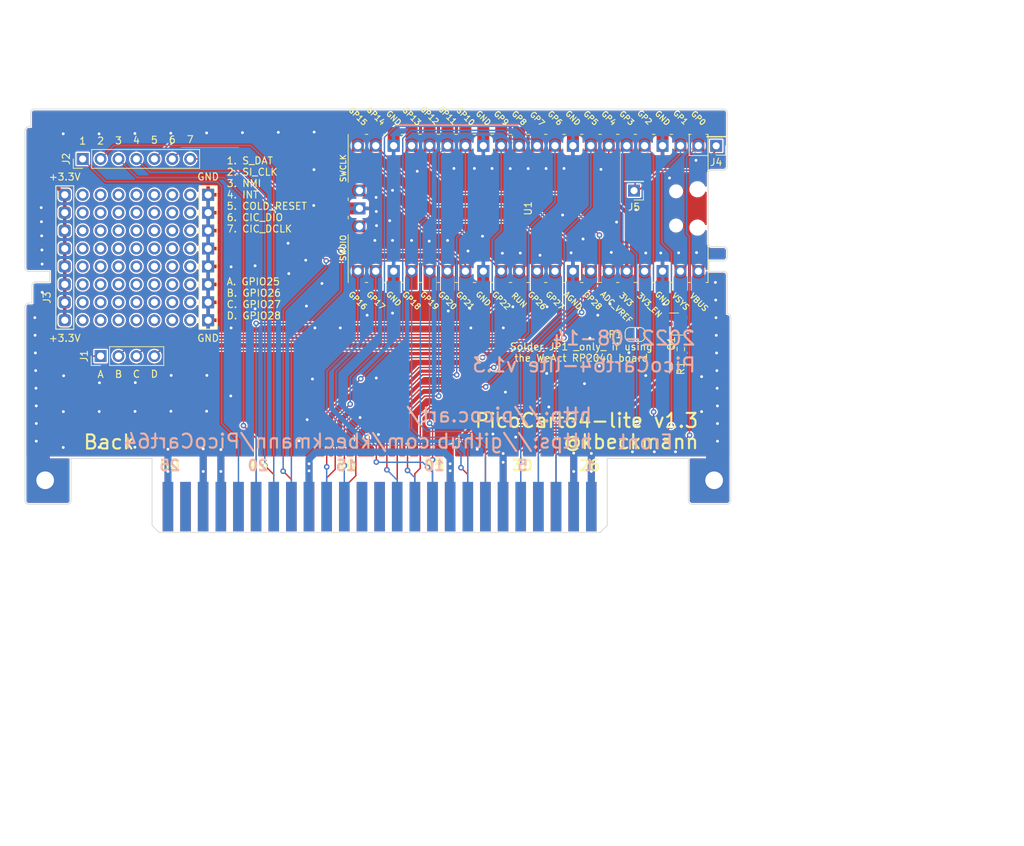
<source format=kicad_pcb>
(kicad_pcb (version 20211014) (generator pcbnew)
  (layers (0 "F.Cu" signal) (31 "B.Cu" signal) (34 "B.Paste" user) (35 "F.Paste" user) (36 "B.SilkS" user "B.Silkscreen") (37 "F.SilkS" user "F.Silkscreen") (38 "B.Mask" user) (39 "F.Mask" user) (44 "Edge.Cuts" user))
  (net 0 "")
  (net 1 "GND")
  (net 2 "+3V3")
  (net 3 "/N64_NMI")
  (net 4 "/N64_CIC_DCLK")
  (net 5 "/N64_VCC")
  (net 6 "/N64_SI_CLK")
  (net 7 "/N64_CIC_DIO")
  (net 8 "/GPIO25")
  (net 9 "/GPIO26")
  (net 10 "/GPIO27")
  (net 11 "/GPIO28")
  (net 12 "Net-(Q1-Pad1)")
  (net 13 "Net-(Q1-Pad2)")
  (net 14 "/N64_INT")
  (net 15 "/AD0")
  (net 16 "/AD1")
  (net 17 "/AD2")
  (net 18 "/AD3")
  (net 19 "/AD4")
  (net 20 "/AD5")
  (net 21 "/AD6")
  (net 22 "/AD7")
  (net 23 "/AD8")
  (net 24 "/AD9")
  (net 25 "/AD10")
  (net 26 "/AD11")
  (net 27 "/AD12")
  (net 28 "/AD13")
  (net 29 "/AD14")
  (net 30 "/AD15")
  (net 31 "/ALEL")
  (net 32 "/ALEH")
  (net 33 "/~{WRITE}")
  (net 34 "/~{READ}")
  (net 35 "/N64_COLD_RESET")
  (net 37 "/RP_SWDIO")
  (net 38 "/RP_SWDCLK")
  (net 39 "/~{RP_RESET}")
  (net 40 "Net-(U1-Pad37)")
  (net 43 "/N64_S_DAT")
  (footprint "MountingHole:MountingHole_2.5mm_Pad" (layer "F.Cu") (at 102.85 112.6)
    (fp_text reference "REF**" hide)
    (fp_text value "MountingHole_2.5mm_Pad" hide)
  )
  (footprint "MountingHole:MountingHole_2.5mm_Pad" (layer "F.Cu") (at 197.65 112.6)
    (fp_text reference "REF**" hide)
    (fp_text value "MountingHole_2.5mm_Pad" hide)
  )
  (footprint "Connector_PinHeader_2.54mm:PinHeader_1x01_P2.54mm_Vertical" (layer "F.Cu") (at 197.93999 65.199997 180)
    (fp_text reference "J4")
    (fp_text value "Conn_01x01")
  )
  (footprint "Connector_PinHeader_2.54mm:PinHeader_1x01_P2.54mm_Vertical" (layer "F.Cu") (at 186.3 71.55 180)
    (fp_text reference "J5")
    (fp_text value "Conn_01x01")
  )
  (footprint "Connector_PinHeader_2.54mm:PinHeader_1x04_P2.54mm_Vertical" (layer "F.Cu") (at 110.705 95 90)
    (fp_text reference "J1")
    (fp_text value "Conn_01x04")
  )
  (footprint "project_area:PinHeader_1x08_P2.54mm_Vertical" (layer "F.Cu") (at 105.625 89.92 90)
    (fp_text reference "J3")
    (fp_text value "Conn_01x02")
  )
  (footprint "Resistor_SMD:R_0603_1608Metric_Pad0.98x0.95mm_HandSolder" (layer "F.Cu") (at 192.925 94.01 -90)
    (fp_text reference "R1")
    (fp_text value "100k")
  )
  (footprint "Jumper:SolderJumper-2_P1.3mm_Open_RoundedPad1.0x1.5mm" (layer "F.Cu") (at 186.445 91.94 180)
    (fp_text reference "JP1")
    (fp_text value "SolderJumper_2_Open")
  )
  (footprint "RPi_Pico:RPi_Pico_SMD_TH" (layer "F.Cu") (at 171.2886 74.075 -90)
    (fp_text reference "U1")
    (fp_text value "Pico")
  )
  (footprint "Connector_PinHeader_2.54mm:PinHeader_1x07_P2.54mm_Vertical" (layer "F.Cu") (at 108.165 67.06 90)
    (fp_text reference "J2")
    (fp_text value "Conn_01x07")
  )
  (footprint "Package_TO_SOT_SMD:SOT-23" (layer "F.Cu") (at 191.975 90.46 180)
    (fp_text reference "Q1")
    (fp_text value "BSS84")
  )
  (footprint "picocart64:N64-Connector" (layer "B.Cu") (at 150.241 116.332 180)
    (fp_text reference "U4" hide)
    (fp_text value "N64-Cartridge")
  )
  (gr_rect (start 104.355 70.87) (end 106.895 91.19) (layer "F.SilkS") (width 0.15) (fill none))
  (gr_rect (start 124.675 70.87) (end 127.215 91.19) (layer "F.SilkS") (width 0.15) (fill none))
  (gr_line locked (start 182.5 119) (end 182.5 109.5) (layer "Edge.Cuts") (width 0.1))
  (gr_line locked (start 194 109.5) (end 182.5 109.5) (layer "Edge.Cuts") (width 0.1))
  (gr_line locked (start 194 109.5) (end 194 115.5) (layer "Edge.Cuts") (width 0.1))
  (gr_line locked (start 199.5 116) (end 194.5 116) (layer "Edge.Cuts") (width 0.1))
  (gr_line locked (start 200 115.5) (end 200 89.5) (layer "Edge.Cuts") (width 0.1))
  (gr_line locked (start 196.9 83) (end 196.9 81.5) (layer "Edge.Cuts") (width 0.1))
  (gr_line locked (start 199 81.5) (end 196.9 81.5) (layer "Edge.Cuts") (width 0.1))
  (gr_line locked (start 118 119) (end 119 120) (layer "Edge.Cuts") (width 0.1))
  (gr_line locked (start 182.5 119) (end 181.5 120) (layer "Edge.Cuts") (width 0.1))
  (gr_arc locked (start 100.8 60.5) (mid 100.946447 60.146447) (end 101.3 60) (layer "Edge.Cuts") (width 0.1))
  (gr_arc locked (start 100 63) (mid 100.146447 62.646447) (end 100.5 62.5) (layer "Edge.Cuts") (width 0.1))
  (gr_arc locked (start 100.5 83) (mid 100.146447 82.853553) (end 100 82.5) (layer "Edge.Cuts") (width 0.1))
  (gr_arc locked (start 101 85) (mid 101.146447 84.646447) (end 101.5 84.5) (layer "Edge.Cuts") (width 0.1))
  (gr_arc locked (start 100 88) (mid 100.146447 87.646447) (end 100.5 87.5) (layer "Edge.Cuts") (width 0.1))
  (gr_arc locked (start 100.5 116) (mid 100.146447 115.853553) (end 100 115.5) (layer "Edge.Cuts") (width 0.1))
  (gr_arc locked (start 106.5 115.5) (mid 106.353553 115.853553) (end 106 116) (layer "Edge.Cuts") (width 0.1))
  (gr_arc locked (start 194.5 116) (mid 194.146447 115.853553) (end 194 115.5) (layer "Edge.Cuts") (width 0.1))
  (gr_arc locked (start 200 115.5) (mid 199.853553 115.853553) (end 199.5 116) (layer "Edge.Cuts") (width 0.1))
  (gr_arc locked (start 199 83) (mid 199.353553 83.146447) (end 199.5 83.5) (layer "Edge.Cuts") (width 0.1))
  (gr_arc locked (start 199.5 81) (mid 199.353553 81.353553) (end 199 81.5) (layer "Edge.Cuts") (width 0.1))
  (gr_arc locked (start 199.5 89) (mid 199.853553 89.146447) (end 200 89.5) (layer "Edge.Cuts") (width 0.1))
  (gr_arc locked (start 196.8 69.15) (mid 196.946447 68.796447) (end 197.3 68.65) (layer "Edge.Cuts") (width 0.1))
  (gr_line locked (start 199.5 83.5) (end 199.5 89) (layer "Edge.Cuts") (width 0.1))
  (gr_line locked (start 118 119) (end 118 109.5) (layer "Edge.Cuts") (width 0.1))
  (gr_arc locked (start 199 79.5) (mid 199.353553 79.646447) (end 199.5 80) (layer "Edge.Cuts") (width 0.1))
  (gr_line locked (start 106.5 109.5) (end 106.5 115.5) (layer "Edge.Cuts") (width 0.1))
  (gr_arc locked (start 199 60) (mid 199.353553 60.146447) (end 199.5 60.5) (layer "Edge.Cuts") (width 0.1))
  (gr_arc locked (start 197.3 79.5) (mid 196.946447 79.353553) (end 196.8 79) (layer "Edge.Cuts") (width 0.1))
  (gr_line locked (start 181.5 120) (end 119 120) (layer "Edge.Cuts") (width 0.1))
  (gr_line (start 198.996447 68.646447) (end 197.3 68.65) (layer "Edge.Cuts") (width 0.1))
  (gr_line locked (start 118 109.5) (end 106.5 109.5) (layer "Edge.Cuts") (width 0.1))
  (gr_line locked (start 103.5 84.5) (end 103.5 83) (layer "Edge.Cuts") (width 0.1))
  (gr_line (start 199.496447 68.146447) (end 199.5 60.5) (layer "Edge.Cuts") (width 0.1))
  (gr_line locked (start 101.5 84.5) (end 103.5 84.5) (layer "Edge.Cuts") (width 0.1))
  (gr_line locked (start 106 116) (end 100.5 116) (layer "Edge.Cuts") (width 0.1))
  (gr_line locked (start 100.5 62.5) (end 100.8 62.5) (layer "Edge.Cuts") (width 0.1))
  (gr_line locked (start 100 82.5) (end 100 63) (layer "Edge.Cuts") (width 0.1))
  (gr_line locked (start 100.8 62.5) (end 100.8 60.5) (layer "Edge.Cuts") (width 0.1))
  (gr_line locked (start 101.3 60) (end 199 60) (layer "Edge.Cuts") (width 0.1))
  (gr_line locked (start 100 115.5) (end 100 88) (layer "Edge.Cuts") (width 0.1))
  (gr_line (start 199 79.5) (end 197.3 79.5) (layer "Edge.Cuts") (width 0.1))
  (gr_line locked (start 100.5 87.5) (end 101 87.5) (layer "Edge.Cuts") (width 0.1))
  (gr_arc locked (start 199.496447 68.146447) (mid 199.35 68.5) (end 198.996447 68.646447) (layer "Edge.Cuts") (width 0.1))
  (gr_line locked (start 101 87.5) (end 101 85) (layer "Edge.Cuts") (width 0.1))
  (gr_line locked (start 199 83) (end 196.9 83) (layer "Edge.Cuts") (width 0.1))
  (gr_line (start 199.5 81) (end 199.5 80) (layer "Edge.Cuts") (width 0.1))
  (gr_line locked (start 103.5 83) (end 100.5 83) (layer "Edge.Cuts") (width 0.1))
  (gr_line (start 196.8 79) (end 196.8 69.15) (layer "Edge.Cuts") (width 0.1))
  (gr_text "5" (at 170.5 110.5) (layer "B.SilkS") (effects (font (size 1.5 1.5) (thickness 0.3)) (justify mirror)))
  (gr_text "10" (at 158 110.5) (layer "B.SilkS") (effects (font (size 1.5 1.5) (thickness 0.3)) (justify mirror)))
  (gr_text "15" (at 145.5 110.5) (layer "B.SilkS") (effects (font (size 1.5 1.5) (thickness 0.3)) (justify mirror)))
  (gr_text "20" (at 133 110.5) (layer "B.SilkS") (effects (font (size 1.5 1.5) (thickness 0.3)) (justify mirror)))
  (gr_text "25" (at 120.5 110.5) (layer "B.SilkS") (effects (font (size 1.5 1.5) (thickness 0.3)) (justify mirror)))
  (gr_text "1" (at 180 110.5) (layer "B.SilkS") (effects (font (size 1.5 1.5) (thickness 0.3)) (justify mirror)))
  (gr_text "45" (at 133 110.5) (layer "F.SilkS") (effects (font (size 1.5 1.5) (thickness 0.3))))
  (gr_text "40" (at 145.5 110.5) (layer "F.SilkS") (effects (font (size 1.5 1.5) (thickness 0.3))))
  (gr_text "35" (at 158 110.5) (layer "F.SilkS") (effects (font (size 1.5 1.5) (thickness 0.3))))
  (gr_text "30" (at 170.5 110.5) (layer "F.SilkS") (effects (font (size 1.5 1.5) (thickness 0.3))))
  (gr_text "26" (at 180 110.5) (layer "F.SilkS") (effects (font (size 1.5 1.5) (thickness 0.3))))
  (gr_text "+3.3V" (at 105.625 69.6) (layer "F.SilkS") (effects (font (size 1 1))))
  (gr_text "A" (at 110.705 97.574246) (layer "F.SilkS") (effects (font (size 1 1))))
  (gr_text "C" (at 115.785 97.553683) (layer "F.SilkS") (effects (font (size 1 1))))
  (gr_text "+3.3V" (at 105.625 92.46) (layer "F.SilkS") (effects (font (size 1 1))))
  (gr_text "1. S_DAT\n2. SI_CLK\n3. NMI\n4. INT\n5. COLD_RESET\n6. CIC_DIO\n7. CIC_DCLK" (at 128.49454 72.14) (layer "F.SilkS") (effects (font (size 1 1)) (justify left)))
  (gr_text "1" (at 108.165 64.516) (layer "F.SilkS") (effects (font (size 1 1))))
  (gr_text "GND" (at 125.945 69.586377) (layer "F.SilkS") (effects (font (size 1 1))))
  (gr_text "50" (at 120.5 110.5) (layer "F.SilkS") (effects (font (size 1.5 1.5) (thickness 0.3))))
  (gr_text "5" (at 118.325 64.388891) (layer "F.SilkS") (effects (font (size 1 1))))
  (gr_text "4" (at 115.785 64.429749) (layer "F.SilkS") (effects (font (size 1 1))))
  (gr_text "GND" (at 125.941596 92.46) (layer "F.SilkS") (effects (font (size 1 1))))
  (gr_text "6" (at 120.865 64.348033) (layer "F.SilkS") (effects (font (size 1 1))))
  (gr_text "2" (at 110.705 64.511465) (layer "F.SilkS") (effects (font (size 1 1))))
  (gr_text "A. GPIO25\nB. GPIO26\nC. GPIO27\nD. GPIO28" (at 128.485 86.868) (layer "F.SilkS") (effects (font (size 1 1)) (justify left)))
  (gr_text "B" (at 113.245 97.567366) (layer "F.SilkS") (effects (font (size 1 1))))
  (gr_text "Solder JP1 _only_ if using\nthe WeAct RP2040 board" (at 178.825 94.48) (layer "F.SilkS") (effects (font (size 1 1))))
  (gr_text "7" (at 123.405 64.307175) (layer "F.SilkS") (effects (font (size 1 1))))
  (gr_text "D" (at 118.325 97.54) (layer "F.SilkS") (effects (font (size 1 1))))
  (gr_text "3" (at 113.245 64.470607) (layer "F.SilkS") (effects (font (size 1 1))))
  (segment (start 167.75 116) (end 167.75 108.712) (width 1) (layer "F.Cu") (net 1))
  (segment (start 125.25 116) (end 125.25 108.204) (width 1) (layer "F.Cu") (net 1))
  (segment (start 120.25 116) (end 120.25 108.204) (width 1) (layer "F.Cu") (net 1))
  (segment (start 177.75 116) (end 177.75 108.762) (width 1) (layer "F.Cu") (net 1))
  (segment (start 127.75 116) (end 127.75 108.204) (width 1) (layer "F.Cu") (net 1))
  (segment (start 180.25 116) (end 180.25 108.712) (width 1) (layer "F.Cu") (net 1))
  (via (at 180.25 111.35) (size 0.8) (drill 0.4) (layers "F.Cu" "B.Cu") (net 1))
  (via (at 180.25 108.8) (size 0.8) (drill 0.4) (layers "F.Cu" "B.Cu") (net 1))
  (via (at 177.75 111.35) (size 0.8) (drill 0.4) (layers "F.Cu" "B.Cu") (net 1))
  (via (at 177.75 108.75) (size 0.8) (drill 0.4) (layers "F.Cu" "B.Cu") (net 1))
  (via (at 167.75 108.8) (size 0.8) (drill 0.4) (layers "F.Cu" "B.Cu") (net 1))
  (via (at 167.75 110.05) (size 0.8) (drill 0.4) (layers "F.Cu" "B.Cu") (net 1))
  (via (at 127.75 111.35) (size 0.8) (drill 0.4) (layers "F.Cu" "B.Cu") (net 1))
  (via (at 127.75 108.25) (size 0.8) (drill 0.4) (layers "F.Cu" "B.Cu") (net 1))
  (via (at 125.25 108.15) (size 0.8) (drill 0.4) (layers "F.Cu" "B.Cu") (net 1))
  (via (at 125.25 111.35) (size 0.8) (drill 0.4) (layers "F.Cu" "B.Cu") (net 1))
  (via (at 120.25 111.35) (size 0.8) (drill 0.4) (layers "F.Cu" "B.Cu") (net 1))
  (via (at 120.25 108.2) (size 0.8) (drill 0.4) (layers "F.Cu" "B.Cu") (net 1))
  (via (at 130.81 63.33655) (size 0.8) (drill 0.4) (layers "F.Cu" "B.Cu") (net 1))
  (via (at 141.075 91.0065) (size 0.8) (drill 0.4) (layers "F.Cu" "B.Cu") (net 1))
  (via (at 140.905318 73.66) (size 0.8) (drill 0.4) (layers "F.Cu" "B.Cu") (net 1))
  (via (at 181.61 68.538966) (size 0.8) (drill 0.4) (layers "F.Cu" "B.Cu") (net 1))
  (via (at 115.589704 102.837791) (size 0.8) (drill 0.4) (layers "F.Cu" "B.Cu") (net 1))
  (via (at 190.5 87.63) (size 0.8) (drill 0.4) (layers "F.Cu" "B.Cu") (net 1))
  (via (at 105.41 63.5) (size 0.8) (drill 0.4) (layers "F.Cu" "B.Cu") (net 1))
  (via (at 101.425 92.053295) (size 0.8) (drill 0.4) (layers "F.Cu" "B.Cu") (net 1))
  (via (at 177.38 80.364914) (size 0.8) (drill 0.4) (layers "F.Cu" "B.Cu") (net 1))
  (via (at 192.62 80.364914) (size 0.8) (drill 0.4) (layers "F.Cu" "B.Cu") (net 1))
  (via (at 110.49 107.937495) (size 0.8) (drill 0.4) (layers "F.Cu" "B.Cu") (net 1))
  (via (at 115.57 107.917791) (size 0.8) (drill 0.4) (layers "F.Cu" "B.Cu") (net 1))
  (via (at 197.953903 92.06) (size 0.8) (drill 0.4) (layers "F.Cu" "B.Cu") (net 1))
  (via (at 157.275 78.71) (size 0.8) (drill 0.4) (layers "F.Cu" "B.Cu") (net 1))
  (via (at 168.075 100.11) (size 0.8) (drill 0.4) (layers "F.Cu" "B.Cu") (net 1))
  (via (at 180.047 92.46) (size 0.8) (drill 0.4) (layers "F.Cu" "B.Cu") (net 1))
  (via (at 189.175 108.5635) (size 0.8) (drill 0.4) (layers "F.Cu" "B.Cu") (net 1))
  (via (at 181.375 96.41) (size 0.8) (drill 0.4) (layers "F.Cu" "B.Cu") (net 1))
  (via (at 137.275 79.01) (size 0.8) (drill 0.4) (layers "F.Cu" "B.Cu") (net 1))
  (via (at 138.825 107.01) (size 0.8) (drill 0.4) (layers "F.Cu" "B.Cu") (net 1))
  (via (at 105.429704 102.87) (size 0.8) (drill 0.4) (layers "F.Cu" "B.Cu") (net 1))
  (via (at 148.475 89.21) (size 0.8) (drill 0.4) (layers "F.Cu" "B.Cu") (net 1))
  (via (at 164.825 78.01) (size 0.8) (drill 0.4) (layers "F.Cu" "B.Cu") (net 1))
  (via (at 129.15 100.65) (size 0.8) (drill 0.4) (layers "F.Cu" "B.Cu") (net 1))
  (via (at 125.73 102.814488) (size 0.8) (drill 0.4) (layers "F.Cu" "B.Cu") (net 1))
  (via (at 183.075 80.308167) (size 0.8) (drill 0.4) (layers "F.Cu" "B.Cu") (net 1))
  (via (at 152.075 78.61) (size 0.8) (drill 0.4) (layers "F.Cu" "B.Cu") (net 1))
  (via (at 102.356903 77.96) (size 0.8) (drill 0.4) (layers "F.Cu" "B.Cu") (net 1))
  (via (at 110.54556 98.779704) (size 0.8) (drill 0.4) (layers "F.Cu" "B.Cu") (net 1))
  (via (at 102.322855 75.96) (size 0.8) (drill 0.4) (layers "F.Cu" "B.Cu") (net 1))
  (via (at 179.275 98.91) (size 0.8) (drill 0.4) (layers "F.Cu" "B.Cu") (net 1))
  (via (at 115.57 63.459124) (size 0.8) (drill 0.4) (layers "F.Cu" "B.Cu") (net 1))
  (via (at 162.975 88.21) (size 0.8) (drill 0.4) (layers "F.Cu" "B.Cu") (net 1))
  (via (at 101.384142 89.553295) (size 0.8) (drill 0.4) (layers "F.Cu" "B.Cu") (net 1))
  (via (at 176.375 68.41) (size 0.8) (drill 0.4) (layers "F.Cu" "B.Cu") (net 1))
  (via (at 197.872187 87.06) (size 0.8) (drill 0.4) (layers "F.Cu" "B.Cu") (net 1))
  (via (at 132.6 88.3) (size 0.8) (drill 0.4) (layers "F.Cu" "B.Cu") (net 1))
  (via (at 101.596097 107.053295) (size 0.8) (drill 0.4) (layers "F.Cu" "B.Cu") (net 1))
  (via (at 173.925 97.46) (size 0.8) (drill 0.4) (layers "F.Cu" "B.Cu") (net 1))
  (via (at 179.075 78.41) (size 0.8) (drill 0.4) (layers "F.Cu" "B.Cu") (net 1))
  (via (at 167.775 91.0065) (size 0.8) (drill 0.4) (layers "F.Cu" "B.Cu") (net 1))
  (via (at 102.288806 73.96) (size 0.8) (drill 0.4) (layers "F.Cu" "B.Cu") (net 1))
  (via (at 187.958792 80.395) (size 0.8) (drill 0.4) (layers "F.Cu" "B.Cu") (net 1))
  (via (at 120.65 63.418266) (size 0.8) (drill 0.4) (layers "F.Cu" "B.Cu") (net 1))
  (via (at 172.975 80.71) (size 0.8) (drill 0.4) (layers "F.Cu" "B.Cu") (net 1))
  (via (at 164.075 108.21) (size 0.8) (drill 0.4) (layers "F.Cu" "B.Cu") (net 1))
  (via (at 162.775 80.11) (size 0.8) (drill 0.4) (layers "F.Cu" "B.Cu") (net 1))
  (via (at 197.831329 84.56) (size 0.8) (drill 0.4) (layers "F.Cu" "B.Cu") (net 1))
  (via (at 115.62556 98.76) (size 0.8) (drill 0.4) (layers "F.Cu" "B.Cu") (net 1))
  (via (at 149.775 98.11) (size 0.8) (drill 0.4) (layers "F.Cu" "B.Cu") (net 1))
  (via (at 147.475 103.71) (size 0.8) (drill 0.4) (layers "F.Cu" "B.Cu") (net 1))
  (via (at 171.295 68.432806) (size 0.8) (drill 0.4) (layers "F.Cu" "B.Cu") (net 1))
  (via (at 195.16 80.33654) (size 0.8) (drill 0.4) (layers "F.Cu" "B.Cu") (net 1))
  (via (at 176.175 75.01) (size 0.8) (drill 0.4) (layers "F.Cu" "B.Cu") (net 1))
  (via (at 195.075 67.26) (size 0.8) (drill 0.4) (layers "F.Cu" "B.Cu") (net 1))
  (via (at 102.390951 79.96) (size 0.8) (drill 0.4) (layers "F.Cu" "B.Cu") (net 1))
  (via (at 185.575 94.51) (size 0.8) (drill 0.4) (layers "F.Cu" "B.Cu") (net 1))
  (via (at 159.875 78.61) (size 0.8) (drill 0.4) (layers "F.Cu" "B.Cu") (net 1))
  (via (at 139.875 87.91) (size 0.8) (drill 0.4) (layers "F.Cu" "B.Cu") (net 1))
  (via (at 173.835 68.421403) (size 0.8) (drill 0.4) (layers "F.Cu" "B.Cu") (net 1))
  (via (at 149.776384 74.51) (size 0.8) (drill 0.4) (layers "F.Cu" "B.Cu") (net 1))
  (via (at 149.748011 72.51) (size 0.8) (drill 0.4) (layers "F.Cu" "B.Cu") (net 1))
  (via (at 190.08 80.393288) (size 0.8) (drill 0.4) (layers "F.Cu" "B.Cu") (net 1))
  (via (at 195.875 97.91) (size 0.8) (drill 0.4) (layers "F.Cu" "B.Cu") (net 1))
  (via (at 163.679048 68.41) (size 0.8) (drill 0.4) (layers "F.Cu" "B.Cu") (net 1))
  (via (at 120.669704 102.818088) (size 0.8) (drill 0.4) (layers "F.Cu" "B.Cu") (net 1))
  (via (at 168.755 68.432805) (size 0.8) (drill 0.4) (layers "F.Cu" "B.Cu") (net 1))
  (via (at 137.375 83.31) (size 0.8) (drill 0.4) (layers "F.Cu" "B.Cu") (net 1))
  (via (at 139.975 104.01) (size 0.8) (drill 0.4) (layers "F.Cu" "B.Cu") (net 1))
  (via (at 144.675 91.0065) (size 0.8) (drill 0.4) (layers "F.Cu" "B.Cu") (net 1))
  (via (at 197.913045 89.56) (size 0.8) (drill 0.4) (layers "F.Cu" "B.Cu") (net 1))
  (via (at 169.125 88.015) (size 0.8) (drill 0.4) (layers "F.Cu" "B.Cu") (net 1))
  (via (at 198.076477 99.56) (size 0.8) (drill 0.4) (layers "F.Cu" "B.Cu") (net 1))
  (via (at 129.2 82.35) (size 0.8) (drill 0.4) (layers "F.Cu" "B.Cu") (net 1))
  (via (at 120.70556 97.738088) (size 0.8) (drill 0.4) (layers "F.Cu" "B.Cu") (net 1))
  (via (at 135.89 63.295692) (size 0.8) (drill 0.4) (layers "F.Cu" "B.Cu") (net 1))
  (via (at 183.825 76.01) (size 0.8) (drill 0.4) (layers "F.Cu" "B.Cu") (net 1))
  (via (at 197.994761 94.56) (size 0.8) (drill 0.4) (layers "F.Cu" "B.Cu") (net 1))
  (via (at 159.975 88.61) (size 0.8) (drill 0.4) (layers "F.Cu" "B.Cu") (net 1))
  (via (at 152.075 71.51) (size 0.8) (drill 0.4) (layers "F.Cu" "B.Cu") (net 1))
  (via (at 195.875 102.87) (size 0.8) (drill 0.4) (layers "F.Cu" "B.Cu") (net 1))
  (via (at 101.465858 94.553295) (size 0.8) (drill 0.4) (layers "F.Cu" "B.Cu") (net 1))
  (via (at 181.1646 89.2088) (size 0.8) (drill 0.4) (layers "F.Cu" "B.Cu") (net 1))
  (via (at 182.88 87.587963) (size 0.8) (drill 0.4) (layers "F.Cu" "B.Cu") (net 1))
  (via (at 191.325 69.76) (size 0.8) (drill 0.4) (layers "F.Cu" "B.Cu") (net 1))
  (via (at 169.5314 106.4808) (size 0.8) (drill 0.4) (layers "F.Cu" "B.Cu") (net 1))
  (via (at 101.588432 102.053295) (size 0.8) (drill 0.4) (layers "F.Cu" "B.Cu") (net 1))
  (via (at 198.124999 104.56) (size 0.8) (drill 0.4) (layers "F.Cu" "B.Cu") (net 1))
  (via (at 154.775 78.61) (size 0.8) (drill 0.4) (layers "F.Cu" "B.Cu") (net 1))
  (via (at 192.175 108.5635) (size 0.8) (drill 0.4) (layers "F.Cu" "B.Cu") (net 1))
  (via (at 198.125 107.06) (size 0.8) (drill 0.4) (layers "F.Cu" "B.Cu") (net 1))
  (via (at 102.425 85.96) (size 0.8) (drill 0.4) (layers "F.Cu" "B.Cu") (net 1))
  (via (at 152.075 88.91) (size 0.8) (drill 0.4) (layers "F.Cu" "B.Cu") (net 1))
  (via (at 102.425 81.96) (size 0.8) (drill 0.4) (layers "F.Cu" "B.Cu") (net 1))
  (via (at 149.575 78.61) (size 0.8) (drill 0.4) (layers "F.Cu" "B.Cu") (net 1))
  (via (at 101.547574 99.553295) (size 0.8) (drill 0.4) (layers "F.Cu" "B.Cu") (net 1))
  (via (at 170.18 80.400496) (size 0.8) (drill 0.4) (layers "F.Cu" "B.Cu") (net 1))
  (via (at 140.946176 68.58) (size 0.8) (drill 0.4) (layers "F.Cu" "B.Cu") (net 1))
  (via (at 186.575 74.26) (size 0.8) (drill 0.4) (layers "F.Cu" "B.Cu") (net 1))
  (via (at 150.075 106.11) (size 0.8) (drill 0.4) (layers "F.Cu" "B.Cu") (net 1))
  (via (at 166.3 106.05) (size 0.8) (drill 0.4) (layers "F.Cu" "B.Cu") (net 1))
  (via (at 142.075 84.71) (size 0.8) (drill 0.4) (layers "F.Cu" "B.Cu") (net 1))
  (via (at 140.7278 98.2512) (size 0.8) (drill 0.4) (layers "F.Cu" "B.Cu") (net 1))
  (via (at 125.73 63.377408) (size 0.8) (drill 0.4) (layers "F.Cu" "B.Cu") (net 1))
  (via (at 105.41 107.95) (size 0.8) (drill 0.4) (layers "F.Cu" "B.Cu") (net 1))
  (via (at 186.075 108.5635) (size 0.8) (drill 0.4) (layers "F.Cu" "B.Cu") (net 1))
  (via (at 132.6 82.2) (size 0.8) (drill 0.4) (layers "F.Cu" "B.Cu") (net 1))
  (via (at 173.975 88.01) (size 0.8) (drill 0.4) (layers "F.Cu" "B.Cu") (net 1))
  (via (at 187.96 97.759352) (size 0.8) (drill 0.4) (layers "F.Cu" "B.Cu") (net 1))
  (via (at 105.46556 97.79) (size 0.8) (drill 0.4) (layers "F.Cu" "B.Cu") (net 1))
  (via (at 110.509704 102.857495) (size 0.8) (drill 0.4) (layers "F.Cu" "B.Cu") (net 1))
  (via (at 160.775 68.41) (size 0.8) (drill 0.4) (layers "F.Cu" "B.Cu") (net 1))
  (via (at 101.506716 97.053295) (size 0.8) (drill 0.4) (layers "F.Cu" "B.Cu") (net 1))
  (via (at 198.035619 97.06) (size 0.8) (drill 0.4) (layers "F.Cu" "B.Cu") (net 1))
  (via (at 151.675 75.81) (size 0.8) (drill 0.4) (layers "F.Cu" "B.Cu") (net 1))
  (via (at 167.64 80.424141) (size 0.8) (drill 0.4) (layers "F.Cu" "B.Cu") (net 1))
  (via (at 163.175 91.0065) (size 0.8) (drill 0.4) (layers "F.Cu" "B.Cu") (net 1))
  (via (at 166.179048 68.41) (size 0.8) (drill 0.4) (layers "F.Cu" "B.Cu") (net 1))
  (via (at 139.775 81.41) (size 0.8) (drill 0.4) (layers "F.Cu" "B.Cu") (net 1))
  (via (at 101.596096 104.553295) (size 0.8) (drill 0.4) (layers "F.Cu" "B.Cu") (net 1))
  (via (at 198.117335 102.06) (size 0.8) (drill 0.4) (layers "F.Cu" "B.Cu") (net 1))
  (via (at 155.575 68.81) (size 0.8) (drill 0.4) (layers "F.Cu" "B.Cu") (net 1))
  (via (at 149.804758 76.51) (size 0.8) (drill 0.4) (layers "F.Cu" "B.Cu") (net 1))
  (via (at 129.2 91.0065) (size 0.8) (drill 0.4) (layers "F.Cu" "B.Cu") (net 1))
  (via (at 125.765856 97.734488) (size 0.8) (drill 0.4) (layers "F.Cu" "B.Cu") (net 1))
  (via (at 110.49 63.499982) (size 0.8) (drill 0.4) (layers "F.Cu" "B.Cu") (net 1))
  (via (at 140.97 63.254834) (size 0.8) (drill 0.4) (layers "F.Cu" "B.Cu") (net 1))
  (via (at 174.225 102.21) (size 0.8) (drill 0.4) (layers "F.Cu" "B.Cu") (net 1))
  (segment (start 120.25 116) (end 120.25 108.2) (width 1) (layer "B.Cu") (net 1))
  (segment (start 125.25 116) (end 125.25 108.15) (width 1) (layer "B.Cu") (net 1))
  (segment (start 127.75 116) (end 127.75 108.25) (width 1) (layer "B.Cu") (net 1))
  (segment (start 180.25 116) (end 180.25 108.712) (width 1) (layer "B.Cu") (net 1))
  (segment (start 167.75 116) (end 167.75 108.712) (width 1) (layer "B.Cu") (net 1))
  (segment (start 177.75 116) (end 177.75 108.762) (width 1) (layer "B.Cu") (net 1))
  (segment (start 104.35 61.95) (end 103.5 62.8) (width 0.5) (layer "F.Cu") (net 2))
  (segment (start 105.625 72.14) (end 105.625 89.92) (width 0.5) (layer "F.Cu") (net 2))
  (segment (start 185.2586 82.965) (end 185.2586 91.4036) (width 0.5) (layer "F.Cu") (net 2))
  (segment (start 185.2586 91.4036) (end 185.795 91.94) (width 0.5) (layer "F.Cu") (net 2))
  (segment (start 185.2586 82.965) (end 185.2586 74.6936) (width 0.5) (layer "F.Cu") (net 2))
  (segment (start 183.7 61.95) (end 104.35 61.95) (width 0.5) (layer "F.Cu") (net 2))
  (segment (start 185.2586 74.6936) (end 184 73.435) (width 0.5) (layer "F.Cu") (net 2))
  (segment (start 184 73.435) (end 184 62.25) (width 0.5) (layer "F.Cu") (net 2))
  (segment (start 103.5 62.8) (end 103.5 70.015) (width 0.5) (layer "F.Cu") (net 2))
  (segment (start 103.5 70.015) (end 105.625 72.14) (width 0.5) (layer "F.Cu") (net 2))
  (segment (start 184 62.25) (end 183.7 61.95) (width 0.5) (layer "F.Cu") (net 2))
  (segment (start 130.95 104.85) (end 132.741 106.641) (width 0.2032) (layer "F.Cu") (net 3))
  (segment (start 132.741 106.641) (end 132.741 116.332) (width 0.2032) (layer "F.Cu") (net 3))
  (via (at 130.95 104.85) (size 0.8) (drill 0.4) (layers "F.Cu" "B.Cu") (net 3))
  (segment (start 130.95 104.85) (end 130.95 72.4325) (width 0.2032) (layer "B.Cu") (net 3))
  (segment (start 130.95 72.4325) (end 128.2175 69.7) (width 0.2032) (layer "B.Cu") (net 3))
  (segment (start 115.885 69.7) (end 113.245 67.06) (width 0.2032) (layer "B.Cu") (net 3))
  (segment (start 128.2175 69.7) (end 115.885 69.7) (width 0.2032) (layer "B.Cu") (net 3))
  (segment (start 137.741 112.476) (end 137.741 116.332) (width 0.2032) (layer "F.Cu") (net 4))
  (segment (start 142.675 81.51) (end 128.225 67.06) (width 0.2032) (layer "F.Cu") (net 4))
  (segment (start 142.675 81.51) (end 158.4036 81.51) (width 0.2032) (layer "F.Cu") (net 4))
  (segment (start 128.225 67.06) (end 123.405 67.06) (width 0.2032) (layer "F.Cu") (net 4))
  (segment (start 136.575 111.31) (end 137.741 112.476) (width 0.2032) (layer "F.Cu") (net 4))
  (segment (start 158.4036 81.51) (end 159.8586 82.965) (width 0.2032) (layer "F.Cu") (net 4))
  (via (at 136.575 111.31) (size 0.8) (drill 0.4) (layers "F.Cu" "B.Cu") (net 4))
  (via (at 142.675 81.51) (size 0.8) (drill 0.4) (layers "F.Cu" "B.Cu") (net 4))
  (segment (start 136.575 88.51) (end 136.575 111.31) (width 0.2032) (layer "B.Cu") (net 4))
  (segment (start 142.675 82.41) (end 136.575 88.51) (width 0.2032) (layer "B.Cu") (net 4))
  (segment (start 142.675 81.51) (end 142.675 82.41) (width 0.2032) (layer "B.Cu") (net 4))
  (segment (start 160.241 110.259) (end 160.241 108.094) (width 1.016) (layer "F.Cu") (net 5))
  (segment (start 160.241 108.094) (end 164.775 103.56) (width 0.5) (layer "F.Cu") (net 5))
  (segment (start 184.625 103.56) (end 191.0375 97.1475) (width 0.5) (layer "F.Cu") (net 5))
  (segment (start 164.775 103.56) (end 184.625 103.56) (width 0.5) (layer "F.Cu") (net 5))
  (segment (start 140.241 110.259) (end 140.241 116.332) (width 1.016) (layer "F.Cu") (net 5))
  (segment (start 191.0375 97.1475) (end 191.0375 90.46) (width 0.5) (layer "F.Cu") (net 5))
  (segment (start 160.241 110.259) (end 160.241 116.332) (width 1.016) (layer "F.Cu") (net 5))
  (via (at 160.241 110.259) (size 0.8) (drill 0.4) (layers "F.Cu" "B.Cu") (net 5))
  (via (at 140.241 110.259) (size 0.8) (drill 0.4) (layers "F.Cu" "B.Cu") (net 5))
  (via (at 140.241 111.259) (size 0.8) (drill 0.4) (layers "F.Cu" "B.Cu") (net 5))
  (via (at 160.241 111.252) (size 0.8) (drill 0.4) (layers "F.Cu" "B.Cu") (net 5))
  (segment (start 159.4 108.6) (end 141.2 108.6) (width 1.016) (layer "B.Cu") (net 5))
  (segment (start 141.2 108.6) (end 140.241 109.559) (width 1.016) (layer "B.Cu") (net 5))
  (segment (start 160.241 110.259) (end 160.241 109.441) (width 1.016) (layer "B.Cu") (net 5))
  (segment (start 140.241 109.559) (end 140.241 110.259) (width 1.016) (layer "B.Cu") (net 5))
  (segment (start 140.25 110.25) (end 140.241 110.259) (width 1.016) (layer "B.Cu") (net 5))
  (segment (start 160.241 116.332) (end 160.241 110.259) (width 1.016) (layer "B.Cu") (net 5))
  (segment (start 140.241 116.332) (end 140.241 110.259) (width 1.016) (layer "B.Cu") (net 5))
  (segment (start 160.241 109.441) (end 159.4 108.6) (width 1.016) (layer "B.Cu") (net 5))
  (segment (start 135.241 68.391) (end 135.241 116.332) (width 0.2032) (layer "B.Cu") (net 6))
  (segment (start 112.615 65.15) (end 132 65.15) (width 0.2032) (layer "B.Cu") (net 6))
  (segment (start 110.705 67.06) (end 112.615 65.15) (width 0.2032) (layer "B.Cu") (net 6))
  (segment (start 132 65.15) (end 135.241 68.391) (width 0.2032) (layer "B.Cu") (net 6))
  (segment (start 160.475 80.11) (end 162.3986 82.0336) (width 0.2032) (layer "F.Cu") (net 7))
  (segment (start 122.215 65.71) (end 120.865 67.06) (width 0.2032) (layer "F.Cu") (net 7))
  (segment (start 162.3986 82.0336) (end 162.3986 82.965) (width 0.2032) (layer "F.Cu") (net 7))
  (segment (start 130.177894 65.71) (end 122.215 65.71) (width 0.2032) (layer "F.Cu") (net 7))
  (segment (start 144.577894 80.11) (end 130.177894 65.71) (width 0.2032) (layer "F.Cu") (net 7))
  (segment (start 144.775 80.11) (end 144.577894 80.11) (width 0.2032) (layer "F.Cu") (net 7))
  (segment (start 144.775 80.11) (end 160.475 80.11) (width 0.2032) (layer "F.Cu") (net 7))
  (via (at 144.775 80.11) (size 0.8) (drill 0.4) (layers "F.Cu" "B.Cu") (net 7))
  (segment (start 137.741 92.844) (end 137.741 116.332) (width 0.2032) (layer "B.Cu") (net 7))
  (segment (start 144.825 80.16) (end 144.825 85.76) (width 0.2032) (layer "B.Cu") (net 7))
  (segment (start 144.825 85.76) (end 137.741 92.844) (width 0.2032) (layer "B.Cu") (net 7))
  (segment (start 144.775 80.11) (end 144.825 80.16) (width 0.2032) (layer "B.Cu") (net 7))
  (segment (start 185.85 61.3) (end 103.3 61.3) (width 0.2032) (layer "F.Cu") (net 8))
  (segment (start 104.3 73.355) (end 104.3 91.135) (width 0.2032) (layer "F.Cu") (net 8))
  (segment (start 197.93999 65.86001) (end 197.93999 65.199997) (width 0.2032) (layer "F.Cu") (net 8))
  (segment (start 186.45 61.9) (end 185.85 61.3) (width 0.2032) (layer "F.Cu") (net 8))
  (segment (start 108.165 95) (end 110.705 95) (width 0.2032) (layer "F.Cu") (net 8))
  (segment (start 186.45 71.4) (end 186.45 61.9) (width 0.2032) (layer "F.Cu") (net 8))
  (segment (start 189.85 68.65) (end 195.15 68.65) (width 0.2032) (layer "F.Cu") (net 8))
  (segment (start 102.45 71.505) (end 104.3 73.355) (width 0.2032) (layer "F.Cu") (net 8))
  (segment (start 186.95 71.55) (end 189.85 68.65) (width 0.2032) (layer "F.Cu") (net 8))
  (segment (start 104.3 91.135) (end 108.165 95) (width 0.2032) (layer "F.Cu") (net 8))
  (segment (start 186.3 71.55) (end 186.95 71.55) (width 0.2032) (layer "F.Cu") (net 8))
  (segment (start 186.3 71.55) (end 186.45 71.4) (width 0.2032) (layer "F.Cu") (net 8))
  (segment (start 195.15 68.65) (end 197.93999 65.86001) (width 0.2032) (layer "F.Cu") (net 8))
  (segment (start 102.45 62.15) (end 102.45 71.505) (width 0.2032) (layer "F.Cu") (net 8))
  (segment (start 103.3 61.3) (end 102.45 62.15) (width 0.2032) (layer "F.Cu") (net 8))
  (segment (start 168.875 91.96) (end 116.285 91.96) (width 0.2032) (layer "F.Cu") (net 9))
  (segment (start 116.285 91.96) (end 113.245 95) (width 0.2032) (layer "F.Cu") (net 9))
  (segment (start 172.5586 88.2764) (end 168.875 91.96) (width 0.2032) (layer "F.Cu") (net 9))
  (segment (start 172.5586 82.965) (end 172.5586 88.2764) (width 0.2032) (layer "F.Cu") (net 9))
  (segment (start 117.925 92.86) (end 115.785 95) (width 0.2032) (layer "F.Cu") (net 10))
  (segment (start 171.175 92.86) (end 117.925 92.86) (width 0.2032) (layer "F.Cu") (net 10))
  (segment (start 175.0986 88.9364) (end 171.175 92.86) (width 0.2032) (layer "F.Cu") (net 10))
  (segment (start 175.0986 82.965) (end 175.0986 88.9364) (width 0.2032) (layer "F.Cu") (net 10))
  (segment (start 180.1786 82.965) (end 180.1786 90.8214) (width 0.2032) (layer "F.Cu") (net 11))
  (segment (start 176.89 94.11) (end 119.215 94.11) (width 0.2032) (layer "F.Cu") (net 11))
  (segment (start 180.1786 90.8214) (end 176.89 94.11) (width 0.2032) (layer "F.Cu") (net 11))
  (segment (start 119.215 94.11) (end 118.325 95) (width 0.2032) (layer "F.Cu") (net 11))
  (segment (start 195.4186 89.9164) (end 193.925 91.41) (width 0.5) (layer "F.Cu") (net 12))
  (segment (start 193.925 91.41) (end 192.9125 91.41) (width 0.5) (layer "F.Cu") (net 12))
  (segment (start 192.9125 93.085) (end 192.925 93.0975) (width 0.5) (layer "F.Cu") (net 12))
  (segment (start 195.4186 82.965) (end 195.4186 89.9164) (width 0.5) (layer "F.Cu") (net 12))
  (segment (start 192.9125 91.41) (end 192.9125 93.085) (width 0.5) (layer "F.Cu") (net 12))
  (segment (start 192.8786 89.4761) (end 192.9125 89.51) (width 0.5) (layer "F.Cu") (net 13))
  (segment (start 192.8786 82.965) (end 192.8786 89.4761) (width 0.5) (layer "F.Cu") (net 13))
  (segment (start 133.975 110.51) (end 135.241 111.776) (width 0.2032) (layer "F.Cu") (net 14))
  (segment (start 135.241 111.776) (end 135.241 116.332) (width 0.2032) (layer "F.Cu") (net 14))
  (via (at 133.975 110.51) (size 0.8) (drill 0.4) (layers "F.Cu" "B.Cu") (net 14))
  (segment (start 130.7825 68.95) (end 117.675 68.95) (width 0.2032) (layer "B.Cu") (net 14))
  (segment (start 133.975 72.1425) (end 130.7825 68.95) (width 0.2032) (layer "B.Cu") (net 14))
  (segment (start 117.675 68.95) (end 115.785 67.06) (width 0.2032) (layer "B.Cu") (net 14))
  (segment (start 133.975 110.51) (end 133.975 72.1425) (width 0.2032) (layer "B.Cu") (net 14))
  (segment (start 194.175 106.21) (end 192.775 107.61) (width 0.2032) (layer "F.Cu") (net 15))
  (segment (start 192.775 107.61) (end 176.725 107.61) (width 0.2032) (layer "F.Cu") (net 15))
  (segment (start 175.241 109.094) (end 175.241 116.332) (width 0.2032) (layer "F.Cu") (net 15))
  (segment (start 176.725 107.61) (end 175.241 109.094) (width 0.2032) (layer "F.Cu") (net 15))
  (via (at 194.175 106.21) (size 0.8) (drill 0.4) (layers "F.Cu" "B.Cu") (net 15))
  (segment (start 194.175 106.21) (end 194.15 106.185) (width 0.2032) (layer "B.Cu") (net 15))
  (segment (start 194.15 78.051601) (end 193.75 77.651601) (width 0.2032) (layer "B.Cu") (net 15))
  (segment (start 194.15 106.185) (end 194.15 78.051601) (width 0.2032) (layer "B.Cu") (net 15))
  (segment (start 193.75 66.8536) (end 195.4186 65.185) (width 0.2032) (layer "B.Cu") (net 15))
  (segment (start 193.75 77.651601) (end 193.75 66.8536) (width 0.2032) (layer "B.Cu") (net 15))
  (segment (start 172.741 108.844) (end 172.741 116.332) (width 0.2032) (layer "F.Cu") (net 16))
  (segment (start 189.875 106.61) (end 174.975 106.61) (width 0.2032) (layer "F.Cu") (net 16))
  (segment (start 174.975 106.61) (end 172.741 108.844) (width 0.2032) (layer "F.Cu") (net 16))
  (segment (start 191.575 104.91) (end 189.875 106.61) (width 0.2032) (layer "F.Cu") (net 16))
  (via (at 191.575 104.91) (size 0.8) (drill 0.4) (layers "F.Cu" "B.Cu") (net 16))
  (segment (start 191.6 80.3) (end 190.244404 78.944404) (width 0.2032) (layer "B.Cu") (net 16))
  (segment (start 190.244404 78.944404) (end 190.244404 68.962396) (width 0.2032) (layer "B.Cu") (net 16))
  (segment (start 190.244404 68.962396) (end 192.8786 66.3282) (width 0.2032) (layer "B.Cu") (net 16))
  (segment (start 191.575 104.91) (end 191.6 104.885) (width 0.2032) (layer "B.Cu") (net 16))
  (segment (start 192.8786 66.3282) (end 192.8786 65.185) (width 0.2032) (layer "B.Cu") (net 16))
  (segment (start 191.6 104.885) (end 191.6 80.3) (width 0.2032) (layer "B.Cu") (net 16))
  (segment (start 173.14 105.66) (end 170.241 108.559) (width 0.2032) (layer "F.Cu") (net 17))
  (segment (start 187.925 105.66) (end 173.14 105.66) (width 0.2032) (layer "F.Cu") (net 17))
  (segment (start 189.075 102.91) (end 189.075 104.51) (width 0.2032) (layer "F.Cu") (net 17))
  (segment (start 189.075 104.51) (end 187.925 105.66) (width 0.2032) (layer "F.Cu") (net 17))
  (segment (start 170.241 108.559) (end 170.241 116.332) (width 0.2032) (layer "F.Cu") (net 17))
  (via (at 189.075 102.91) (size 0.8) (drill 0.4) (layers "F.Cu" "B.Cu") (net 17))
  (segment (start 189.05 102.885) (end 189.05 66.4364) (width 0.2032) (layer "B.Cu") (net 17))
  (segment (start 189.05 66.4364) (end 187.7986 65.185) (width 0.2032) (layer "B.Cu") (net 17))
  (segment (start 189.075 102.91) (end 189.05 102.885) (width 0.2032) (layer "B.Cu") (net 17))
  (segment (start 165.241 109.009) (end 169.49 104.76) (width 0.2032) (layer "F.Cu") (net 18))
  (segment (start 165.241 116.332) (end 165.241 109.009) (width 0.2032) (layer "F.Cu") (net 18))
  (segment (start 169.49 104.76) (end 186.175 104.76) (width 0.2032) (layer "F.Cu") (net 18))
  (segment (start 186.175 104.76) (end 186.675 104.26) (width 0.2032) (layer "F.Cu") (net 18))
  (via (at 186.675 104.26) (size 0.8) (drill 0.4) (layers "F.Cu" "B.Cu") (net 18))
  (segment (start 186.675 80.61) (end 186.675 104.26) (width 0.2032) (layer "B.Cu") (net 18))
  (segment (start 185.2586 65.185) (end 184.675 65.7686) (width 0.2032) (layer "B.Cu") (net 18))
  (segment (start 184.675 65.7686) (end 184.675 78.61) (width 0.2032) (layer "B.Cu") (net 18))
  (segment (start 184.675 78.61) (end 186.675 80.61) (width 0.2032) (layer "B.Cu") (net 18))
  (segment (start 157.425 102.16) (end 156 103.585) (width 0.2032) (layer "F.Cu") (net 19))
  (segment (start 155.241 111.659) (end 155.241 116.332) (width 0.2032) (layer "F.Cu") (net 19))
  (segment (start 182.7186 76.5686) (end 184 77.85) (width 0.2032) (layer "F.Cu") (net 19))
  (segment (start 184 90.25) (end 172.09 102.16) (width 0.2032) (layer "F.Cu") (net 19))
  (segment (start 156 110.9) (end 155.241 111.659) (width 0.2032) (layer "F.Cu") (net 19))
  (segment (start 184 77.85) (end 184 90.25) (width 0.2032) (layer "F.Cu") (net 19))
  (segment (start 182.7186 65.185) (end 182.7186 76.5686) (width 0.2032) (layer "F.Cu") (net 19))
  (segment (start 156 103.585) (end 156 110.9) (width 0.2032) (layer "F.Cu") (net 19))
  (segment (start 172.09 102.16) (end 157.425 102.16) (width 0.2032) (layer "F.Cu") (net 19))
  (segment (start 152.741 102.894) (end 156.275 99.36) (width 0.2032) (layer "F.Cu") (net 20))
  (segment (start 152.741 116.332) (end 152.741 102.894) (width 0.2032) (layer "F.Cu") (net 20))
  (segment (start 156.275 99.36) (end 165.275 99.36) (width 0.2032) (layer "F.Cu") (net 20))
  (via (at 165.275 99.36) (size 0.8) (drill 0.4) (layers "F.Cu" "B.Cu") (net 20))
  (segment (start 176.4 88.235) (end 165.275 99.36) (width 0.2032) (layer "B.Cu") (net 20))
  (segment (start 176.4 77.6) (end 176.4 88.235) (width 0.2032) (layer "B.Cu") (net 20))
  (segment (start 180.1786 65.185) (end 180.1786 73.8214) (width 0.2032) (layer "B.Cu") (net 20))
  (segment (start 180.1786 73.8214) (end 176.4 77.6) (width 0.2032) (layer "B.Cu") (net 20))
  (segment (start 146.875 111.948) (end 146.875 105.56) (width 0.2032) (layer "F.Cu") (net 21))
  (segment (start 146.875 105.56) (end 155.825 96.61) (width 0.2032) (layer "F.Cu") (net 21))
  (segment (start 155.825 96.61) (end 166.425 96.61) (width 0.2032) (layer "F.Cu") (net 21))
  (segment (start 145.241 116.332) (end 145.241 113.582) (width 0.2032) (layer "F.Cu") (net 21))
  (segment (start 145.241 113.582) (end 146.875 111.948) (width 0.2032) (layer "F.Cu") (net 21))
  (via (at 166.425 96.61) (size 0.8) (drill 0.4) (layers "F.Cu" "B.Cu") (net 21))
  (segment (start 175.0986 73.1864) (end 171.375 76.91) (width 0.2032) (layer "B.Cu") (net 21))
  (segment (start 171.375 91.66) (end 166.425 96.61) (width 0.2032) (layer "B.Cu") (net 21))
  (segment (start 171.375 76.91) (end 171.375 91.66) (width 0.2032) (layer "B.Cu") (net 21))
  (segment (start 175.0986 65.185) (end 175.0986 73.1864) (width 0.2032) (layer "B.Cu") (net 21))
  (segment (start 142.741 112.259) (end 142.741 116.332) (width 0.2032) (layer "F.Cu") (net 22))
  (segment (start 143.95 103.935) (end 143.95 111.05) (width 0.2032) (layer "F.Cu") (net 22))
  (segment (start 143.95 111.05) (end 142.741 112.259) (width 0.2032) (layer "F.Cu") (net 22))
  (segment (start 146.075 101.81) (end 143.95 103.935) (width 0.2032) (layer "F.Cu") (net 22))
  (via (at 146.075 101.81) (size 0.8) (drill 0.4) (layers "F.Cu" "B.Cu") (net 22))
  (segment (start 152.525 62.41) (end 169.7836 62.41) (width 0.2032) (layer "B.Cu") (net 22))
  (segment (start 150.925 64.01) (end 152.525 62.41) (width 0.2032) (layer "B.Cu") (net 22))
  (segment (start 146.075 98.01) (end 150.925 93.16) (width 0.2032) (layer "B.Cu") (net 22))
  (segment (start 146.075 101.81) (end 146.075 98.01) (width 0.2032) (layer "B.Cu") (net 22))
  (segment (start 150.925 93.16) (end 150.925 64.01) (width 0.2032) (layer "B.Cu") (net 22))
  (segment (start 169.7836 62.41) (end 172.5586 65.185) (width 0.2032) (layer "B.Cu") (net 22))
  (segment (start 142.75 103.035) (end 142.75 110.7) (width 0.2032) (layer "F.Cu") (net 23))
  (segment (start 147.575 98.21) (end 142.75 103.035) (width 0.2032) (layer "F.Cu") (net 23))
  (via (at 147.575 98.21) (size 0.8) (drill 0.4) (layers "F.Cu" "B.Cu") (net 23))
  (via (at 142.75 110.7) (size 0.8) (drill 0.4) (layers "F.Cu" "B.Cu") (net 23))
  (segment (start 154.675 63.01) (end 167.8436 63.01) (width 0.2032) (layer "B.Cu") (net 23))
  (segment (start 142.741 110.709) (end 142.741 116.332) (width 0.2032) (layer "B.Cu") (net 23))
  (segment (start 153.525 92.26) (end 153.525 64.16) (width 0.2032) (layer "B.Cu") (net 23))
  (segment (start 153.525 64.16) (end 154.675 63.01) (width 0.2032) (layer "B.Cu") (net 23))
  (segment (start 147.575 98.21) (end 153.525 92.26) (width 0.2032) (layer "B.Cu") (net 23))
  (segment (start 167.8436 63.01) (end 170.0186 65.185) (width 0.2032) (layer "B.Cu") (net 23))
  (segment (start 142.75 110.7) (end 142.741 110.709) (width 0.2032) (layer "B.Cu") (net 23))
  (segment (start 154.575 95.21) (end 164.825 95.21) (width 0.2032) (layer "F.Cu") (net 24))
  (segment (start 145.25 104.535) (end 154.575 95.21) (width 0.2032) (layer "F.Cu") (net 24))
  (segment (start 145.25 110.51) (end 145.25 104.535) (width 0.2032) (layer "F.Cu") (net 24))
  (via (at 164.825 95.21) (size 0.8) (drill 0.4) (layers "F.Cu" "B.Cu") (net 24))
  (via (at 145.25 110.51) (size 0.8) (drill 0.4) (layers "F.Cu" "B.Cu") (net 24))
  (segment (start 167.4786 77.2064) (end 166.2 78.485) (width 0.2032) (layer "B.Cu") (net 24))
  (segment (start 166.2 78.485) (end 166.2 93.835) (width 0.2032) (layer "B.Cu") (net 24))
  (segment (start 145.241 110.519) (end 145.241 116.332) (width 0.2032) (layer "B.Cu") (net 24))
  (segment (start 145.25 110.51) (end 145.241 110.519) (width 0.2032) (layer "B.Cu") (net 24))
  (segment (start 166.2 93.835) (end 164.825 95.21) (width 0.2032) (layer "B.Cu") (net 24))
  (segment (start 167.4786 65.185) (end 167.4786 77.2064) (width 0.2032) (layer "B.Cu") (net 24))
  (segment (start 151.275 102.71) (end 156.325 97.66) (width 0.2032) (layer "F.Cu") (net 25))
  (segment (start 156.325 97.66) (end 161.175 97.66) (width 0.2032) (layer "F.Cu") (net 25))
  (segment (start 151.275 111.11) (end 151.275 102.71) (width 0.2032) (layer "F.Cu") (net 25))
  (via (at 161.175 97.66) (size 0.8) (drill 0.4) (layers "F.Cu" "B.Cu") (net 25))
  (via (at 151.275 111.11) (size 0.8) (drill 0.4) (layers "F.Cu" "B.Cu") (net 25))
  (segment (start 152.741 112.576) (end 152.741 116.332) (width 0.2032) (layer "B.Cu") (net 25))
  (segment (start 161.175 78.22) (end 161.175 97.66) (width 0.2032) (layer "B.Cu") (net 25))
  (segment (start 151.275 111.11) (end 152.741 112.576) (width 0.2032) (layer "B.Cu") (net 25))
  (segment (start 162.3986 76.9964) (end 161.175 78.22) (width 0.2032) (layer "B.Cu") (net 25))
  (segment (start 162.3986 65.185) (end 162.3986 76.9964) (width 0.2032) (layer "B.Cu") (net 25))
  (segment (start 154.2 103.085) (end 156.625 100.66) (width 0.2032) (layer "F.Cu") (net 26))
  (segment (start 154.2 111.2) (end 154.2 103.085) (width 0.2032) (layer "F.Cu") (net 26))
  (segment (start 156.625 100.66) (end 158.625 100.66) (width 0.2032) (layer "F.Cu") (net 26))
  (via (at 154.2 111.2) (size 0.8) (drill 0.4) (layers "F.Cu" "B.Cu") (net 26))
  (via (at 158.625 100.66) (size 0.8) (drill 0.4) (layers "F.Cu" "B.Cu") (net 26))
  (segment (start 158.625 66.4186) (end 158.625 100.66) (width 0.2032) (layer "B.Cu") (net 26))
  (segment (start 159.8586 65.185) (end 158.625 66.4186) (width 0.2032) (layer "B.Cu") (net 26))
  (segment (start 155.241 112.241) (end 155.241 116.332) (width 0.2032) (layer "B.Cu") (net 26))
  (segment (start 154.2 111.2) (end 155.241 112.241) (width 0.2032) (layer "B.Cu") (net 26))
  (segment (start 156.018 104.753) (end 156.018 76.267) (width 0.2032) (layer "B.Cu") (net 27))
  (segment (start 156.929 105.664) (end 156.018 104.753) (width 0.2032) (layer "B.Cu") (net 27))
  (segment (start 165.241 116.332) (end 165.241 107.976) (width 0.2032) (layer "B.Cu") (net 27))
  (segment (start 157.3186 74.9664) (end 157.3186 65.185) (width 0.2032) (layer "B.Cu") (net 27))
  (segment (start 156.018 76.267) (end 157.3186 74.9664) (width 0.2032) (layer "B.Cu") (net 27))
  (segment (start 165.241 107.976) (end 162.929 105.664) (width 0.2032) (layer "B.Cu") (net 27))
  (segment (start 162.929 105.664) (end 156.929 105.664) (width 0.2032) (layer "B.Cu") (net 27))
  (segment (start 181.4 77.855) (end 175.445 71.9) (width 0.2032) (layer "F.Cu") (net 28))
  (segment (start 161.1 71.9) (end 154.7786 65.5786) (width 0.2032) (layer "F.Cu") (net 28))
  (segment (start 154.7786 65.5786) (end 154.7786 65.185) (width 0.2032) (layer "F.Cu") (net 28))
  (segment (start 175.445 71.9) (end 161.1 71.9) (width 0.2032) (layer "F.Cu") (net 28))
  (via (at 181.4 77.855) (size 0.8) (drill 0.4) (layers "F.Cu" "B.Cu") (net 28))
  (segment (start 170.241 95.659) (end 170.241 116.332) (width 0.2032) (layer "B.Cu") (net 28))
  (segment (start 181.4 84.5) (end 170.241 95.659) (width 0.2032) (layer "B.Cu") (net 28))
  (segment (start 181.4 77.855) (end 181.4 84.5) (width 0.2032) (layer "B.Cu") (net 28))
  (segment (start 171.9875 73.65) (end 158.1636 73.65) (width 0.2032) (layer "F.Cu") (net 29))
  (segment (start 158.1636 73.65) (end 149.6986 65.185) (width 0.2032) (layer "F.Cu") (net 29))
  (segment (start 178.9 80.5625) (end 171.9875 73.65) (width 0.2032) (layer "F.Cu") (net 29))
  (segment (start 178.9 88.785) (end 178.9 80.5625) (width 0.2032) (layer "F.Cu") (net 29))
  (segment (start 178.875 88.81) (end 178.9 88.785) (width 0.2032) (layer "F.Cu") (net 29))
  (via (at 178.875 88.81) (size 0.8) (drill 0.4) (layers "F.Cu" "B.Cu") (net 29))
  (segment (start 178.69 88.81) (end 172.741 94.759) (width 0.2032) (layer "B.Cu") (net 29))
  (segment (start 172.741 94.759) (end 172.741 116.332) (width 0.2032) (layer "B.Cu") (net 29))
  (segment (start 178.875 88.81) (end 178.69 88.81) (width 0.2032) (layer "B.Cu") (net 29))
  (segment (start 147.1586 65.185) (end 157.9236 75.95) (width 0.2032) (layer "F.Cu") (net 30))
  (segment (start 176.375 82.0334) (end 176.375 92.41) (width 0.2032) (layer "F.Cu") (net 30))
  (segment (start 170.2916 75.95) (end 176.375 82.0334) (width 0.2032) (layer "F.Cu") (net 30))
  (segment (start 157.9236 75.95) (end 170.2916 75.95) (width 0.2032) (layer "F.Cu") (net 30))
  (via (at 176.375 92.41) (size 0.8) (drill 0.4) (layers "F.Cu" "B.Cu") (net 30))
  (segment (start 175.241 116.332) (end 175.241 93.544) (width 0.2032) (layer "B.Cu") (net 30))
  (segment (start 175.241 93.544) (end 176.375 92.41) (width 0.2032) (layer "B.Cu") (net 30))
  (segment (start 162.741 111.776) (end 162.741 116.332) (width 0.2032) (layer "F.Cu") (net 31))
  (segment (start 161.775 110.81) (end 162.741 111.776) (width 0.2032) (layer "F.Cu") (net 31))
  (via (at 161.775 110.81) (size 0.8) (drill 0.4) (layers "F.Cu" "B.Cu") (net 31))
  (segment (start 147.675 107.61) (end 142.775 102.71) (width 0.2032) (layer "B.Cu") (net 31))
  (segment (start 142.775 102.71) (end 142.775 97.128896) (width 0.2032) (layer "B.Cu") (net 31))
  (segment (start 161.775 108.91) (end 160.475 107.61) (width 0.2032) (layer "B.Cu") (net 31))
  (segment (start 142.775 97.128896) (end 147.1586 92.745296) (width 0.2032) (layer "B.Cu") (net 31))
  (segment (start 161.775 110.81) (end 161.775 108.91) (width 0.2032) (layer "B.Cu") (net 31))
  (segment (start 160.475 107.61) (end 147.675 107.61) (width 0.2032) (layer "B.Cu") (net 31))
  (segment (start 147.1586 92.745296) (end 147.1586 82.965) (width 0.2032) (layer "B.Cu") (net 31))
  (segment (start 149.775 107.81) (end 148.475 106.51) (width 0.2032) (layer "F.Cu") (net 32))
  (segment (start 149.775 110.01) (end 149.775 107.81) (width 0.2032) (layer "F.Cu") (net 32))
  (segment (start 157.741 111.441) (end 157.741 116.332) (width 0.2032) (layer "F.Cu") (net 32))
  (segment (start 157.05 110.75) (end 157.741 111.441) (width 0.2032) (layer "F.Cu") (net 32))
  (via (at 148.475 106.51) (size 0.8) (drill 0.4) (layers "F.Cu" "B.Cu") (net 32))
  (via (at 149.775 110.01) (size 0.8) (drill 0.4) (layers "F.Cu" "B.Cu") (net 32))
  (via (at 157.05 110.75) (size 0.8) (drill 0.4) (layers "F.Cu" "B.Cu") (net 32))
  (segment (start 144.075 102.11) (end 144.075 97.225) (width 0.2032) (layer "B.Cu") (net 32))
  (segment (start 149.6986 91.6014) (end 149.6986 82.965) (width 0.2032) (layer "B.Cu") (net 32))
  (segment (start 144.075 97.225) (end 149.6986 91.6014) (width 0.2032) (layer "B.Cu") (net 32))
  (segment (start 149.815 110.05) (end 156.35 110.05) (width 0.2032) (layer "B.Cu") (net 32))
  (segment (start 148.475 106.51) (end 144.075 102.11) (width 0.2032) (layer "B.Cu") (net 32))
  (segment (start 149.775 110.01) (end 149.815 110.05) (width 0.2032) (layer "B.Cu") (net 32))
  (segment (start 156.35 110.05) (end 157.05 110.75) (width 0.2032) (layer "B.Cu") (net 32))
  (segment (start 161.375 106.51) (end 156.025 106.51) (width 0.2032) (layer "B.Cu") (net 33))
  (segment (start 156.025 106.51) (end 154.7786 105.2636) (width 0.2032) (layer "B.Cu") (net 33))
  (segment (start 154.7786 105.2636) (end 154.7786 82.965) (width 0.2032) (layer "B.Cu") (net 33))
  (segment (start 162.741 107.876) (end 161.375 106.51) (width 0.2032) (layer "B.Cu") (net 33))
  (segment (start 162.741 116.332) (end 162.741 107.876) (width 0.2032) (layer "B.Cu") (net 33))
  (segment (start 157.75 104.935) (end 157.325 104.51) (width 0.2032) (layer "F.Cu") (net 34))
  (segment (start 157.75 109.7) (end 157.75 104.935) (width 0.2032) (layer "F.Cu") (net 34))
  (via (at 157.75 109.7) (size 0.8) (drill 0.4) (layers "F.Cu" "B.Cu") (net 34))
  (via (at 157.325 104.51) (size 0.8) (drill 0.4) (layers "F.Cu" "B.Cu") (net 34))
  (segment (start 157.75 109.7) (end 157.741 109.709) (width 0.2032) (layer "B.Cu") (net 34))
  (segment (start 157.741 109.709) (end 157.741 116.332) (width 0.2032) (layer "B.Cu") (net 34))
  (segment (start 157.3186 82.965) (end 157.3186 104.5036) (width 0.2032) (layer "B.Cu") (net 34))
  (segment (start 157.3186 104.5036) (end 157.325 104.51) (width 0.2032) (layer "B.Cu") (net 34))
  (segment (start 132.75 90.35) (end 164.135 90.35) (width 0.2032) (layer "F.Cu") (net 35))
  (segment (start 161.8236 77.31) (end 156.51 77.31) (width 0.2032) (layer "F.Cu") (net 35))
  (segment (start 167.4786 87.0064) (end 167.4786 82.965) (width 0.2032) (layer "F.Cu") (net 35))
  (segment (start 164.135 90.35) (end 167.4786 87.0064) (width 0.2032) (layer "F.Cu") (net 35))
  (segment (start 120.875 64.51) (end 118.325 67.06) (width 0.2032) (layer "F.Cu") (net 35))
  (segment (start 143.71 64.51) (end 120.875 64.51) (width 0.2032) (layer "F.Cu") (net 35))
  (segment (start 167.4786 82.965) (end 161.8236 77.31) (width 0.2032) (layer "F.Cu") (net 35))
  (segment (start 156.51 77.31) (end 143.71 64.51) (width 0.2032) (layer "F.Cu") (net 35))
  (via (at 132.75 90.35) (size 0.8) (drill 0.4) (layers "F.Cu" "B.Cu") (net 35))
  (segment (start 132.741 90.359) (end 132.741 116.332) (width 0.2032) (layer "B.Cu") (net 35))
  (segment (start 132.75 90.35) (end 132.741 90.359) (width 0.2032) (layer "B.Cu") (net 35))
  (segment (start 187.7986 82.965) (end 187.7986 91.2364) (width 0.5) (layer "F.Cu") (net 40))
  (segment (start 187.7986 91.2364) (end 187.095 91.94) (width 0.5) (layer "F.Cu") (net 40))
  (segment (start 130.241 116.332) (end 130.241 106.941) (width 0.2032) (layer "B.Cu") (net 43))
  (segment (start 130.241 106.941) (end 127.85 104.55) (width 0.2032) (layer "B.Cu") (net 43))
  (segment (start 127.85 104.55) (end 127.85 70.9575) (width 0.2032) (layer "B.Cu") (net 43))
  (segment (start 111.405 70.3) (end 108.165 67.06) (width 0.2032) (layer "B.Cu") (net 43))
  (segment (start 127.1925 70.3) (end 111.405 70.3) (width 0.2032) (layer "B.Cu") (net 43))
  (segment (start 127.85 70.9575) (end 127.1925 70.3) (width 0.2032) (layer "B.Cu") (net 43))
  (zone (net 1) (net_name "GND") (layer "F.Cu") (connect_pads yes (clearance 0.2)) (min_thickness 0.2) (fill yes (thermal_gap 0.5) (thermal_bridge_width 0.5))
    (polygon (pts (xy 103.5 109.5) (xy 106.5 109.5) (xy 106.5 116) (xy 100 116) (xy 100 88.5) (xy 103.5 88.5)))
  )
  (zone (net 1) (net_name "GND") (layer "F.Cu") (connect_pads yes (clearance 0.2)) (min_thickness 0.2) (fill yes (thermal_gap 0.5) (thermal_bridge_width 0.5))
    (polygon (pts (xy 200.5 116) (xy 194 116) (xy 194 109.5) (xy 196.5 109.5) (xy 196.5 90) (xy 200.5 90)))
  )
  (zone (net 1) (net_name "GND") (layers F&B.Cu) (connect_pads (clearance 0.2)) (min_thickness 0.254) (fill yes (thermal_gap 0.508) (thermal_bridge_width 0.508))
    (polygon (pts (xy 201.93 109.22) (xy 97.79 109.22) (xy 97.79 57.15) (xy 201.93 57.15)))
  )
  (zone (net 1) (net_name "GND") (layer "B.Cu") (connect_pads yes (clearance 0.2)) (min_thickness 0.2) (fill yes (thermal_gap 0.5) (thermal_bridge_width 0.5))
    (polygon (pts (xy 200.6 116) (xy 194 116) (xy 194 109.5) (xy 196.5 109.5) (xy 196.5 90) (xy 200.6 90)))
  )
  (zone (net 1) (net_name "GND") (layer "B.Cu") (connect_pads yes (clearance 0.2)) (min_thickness 0.2) (fill yes (thermal_gap 0.5) (thermal_bridge_width 0.5))
    (polygon (pts (xy 103.5 109.5) (xy 106.5 109.5) (xy 106.5 116) (xy 99.4 116) (xy 99.4 88.5) (xy 103.5 88.5)))
  )
)
</source>
